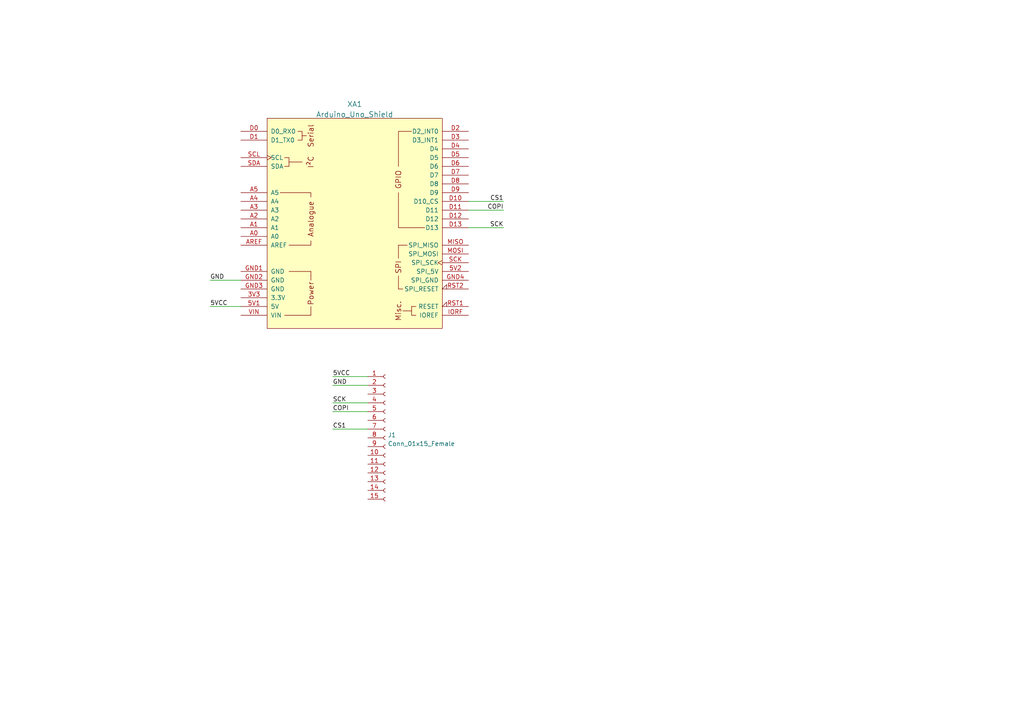
<source format=kicad_sch>
(kicad_sch (version 20230121) (generator eeschema)
  (paper "A4")
  (lib_symbols
    (symbol "Arduino-shields:Arduino_Uno_Shield" (pin_names (offset 1.016))
      (property "Reference" "XA" (at 2.54 0 90))
      (property "Value" "Arduino_Uno_Shield" (at -2.54 0 90))
      (symbol "Arduino_Uno_Shield_0_0"
        (rectangle (start -25.4 30.48) (end 25.4 -30.48) (fill (type background)))
        (rectangle (start -20.32 -26.67) (end -12.7 -26.67))
        (rectangle (start -19.05 -13.97) (end -12.7 -13.97))
        (polyline (pts (xy -19.05 17.78) (xy -15.24 17.78)))
        (polyline (pts (xy -15.24 25.4) (xy -13.97 25.4)))
        (polyline (pts (xy -12.7 -26.67) (xy -12.7 -24.13)))
        (polyline (pts (xy -12.7 -15.24) (xy -12.7 -16.51)))
        (polyline (pts (xy -12.7 -13.97) (xy -12.7 -15.24)))
        (polyline (pts (xy -12.7 -5.08) (xy -12.7 -6.35) (xy -19.05 -6.35)))
        (polyline (pts (xy -12.7 7.62) (xy -12.7 8.89) (xy -21.59 8.89)))
        (polyline (pts (xy 12.7 8.89) (xy 12.7 -1.27) (xy 20.32 -1.27)))
        (polyline (pts (xy 12.7 16.51) (xy 12.7 26.67) (xy 16.51 26.67)))
        (polyline (pts (xy -20.32 19.05) (xy -19.05 19.05) (xy -19.05 16.51) (xy -20.32 16.51)))
        (polyline (pts (xy -16.51 26.67) (xy -15.24 26.67) (xy -15.24 24.13) (xy -16.51 24.13)))
        (rectangle (start 12.7 -19.05) (end 12.7 -15.24))
        (rectangle (start 12.7 -10.16) (end 12.7 -6.35))
        (rectangle (start 13.97 -19.05) (end 12.7 -19.05))
        (rectangle (start 15.24 -6.35) (end 12.7 -6.35))
        (rectangle (start 16.51 -25.4) (end 13.97 -25.4))
        (rectangle (start 16.51 -24.13) (end 16.51 -26.67))
        (rectangle (start 17.78 -26.67) (end 16.51 -26.67))
        (rectangle (start 17.78 -24.13) (end 16.51 -24.13))
        (text "Analogue" (at -12.7 1.27 900) (effects (font (size 1.524 1.524))))
        (text "I²C" (at -12.7 17.78 900) (effects (font (size 1.524 1.524))))
        (text "Misc." (at 12.7 -25.4 900) (effects (font (size 1.524 1.524))))
        (text "Power" (at -12.7 -20.32 900) (effects (font (size 1.524 1.524))))
        (text "Serial" (at -12.7 25.4 900) (effects (font (size 1.524 1.524))))
        (text "SPI" (at 12.7 -12.7 900) (effects (font (size 1.524 1.524))))
      )
      (symbol "Arduino_Uno_Shield_1_0"
        (text "GPIO" (at 12.7 12.7 900) (effects (font (size 1.524 1.524))))
      )
      (symbol "Arduino_Uno_Shield_1_1"
        (pin power_out line (at -33.02 -21.59 0) (length 7.62) (name "3.3V") (number "3V3"))
        (pin power_in line (at -33.02 -24.13 0) (length 7.62) (name "5V") (number "5V1"))
        (pin power_in line (at 33.02 -13.97 180) (length 7.62) (name "SPI_5V") (number "5V2"))
        (pin bidirectional line (at -33.02 -3.81 0) (length 7.62) (name "A0") (number "A0"))
        (pin bidirectional line (at -33.02 -1.27 0) (length 7.62) (name "A1") (number "A1"))
        (pin bidirectional line (at -33.02 1.27 0) (length 7.62) (name "A2") (number "A2"))
        (pin bidirectional line (at -33.02 3.81 0) (length 7.62) (name "A3") (number "A3"))
        (pin bidirectional line (at -33.02 6.35 0) (length 7.62) (name "A4") (number "A4"))
        (pin bidirectional line (at -33.02 8.89 0) (length 7.62) (name "A5") (number "A5"))
        (pin input line (at -33.02 -6.35 0) (length 7.62) (name "AREF") (number "AREF"))
        (pin bidirectional line (at -33.02 26.67 0) (length 7.62) (name "D0_RX0") (number "D0"))
        (pin bidirectional line (at -33.02 24.13 0) (length 7.62) (name "D1_TX0") (number "D1"))
        (pin bidirectional line (at 33.02 6.35 180) (length 7.62) (name "D10_CS") (number "D10"))
        (pin bidirectional line (at 33.02 3.81 180) (length 7.62) (name "D11") (number "D11"))
        (pin bidirectional line (at 33.02 1.27 180) (length 7.62) (name "D12") (number "D12"))
        (pin bidirectional line (at 33.02 -1.27 180) (length 7.62) (name "D13") (number "D13"))
        (pin bidirectional line (at 33.02 26.67 180) (length 7.62) (name "D2_INT0") (number "D2"))
        (pin bidirectional line (at 33.02 24.13 180) (length 7.62) (name "D3_INT1") (number "D3"))
        (pin bidirectional line (at 33.02 21.59 180) (length 7.62) (name "D4") (number "D4"))
        (pin bidirectional line (at 33.02 19.05 180) (length 7.62) (name "D5") (number "D5"))
        (pin bidirectional line (at 33.02 16.51 180) (length 7.62) (name "D6") (number "D6"))
        (pin bidirectional line (at 33.02 13.97 180) (length 7.62) (name "D7") (number "D7"))
        (pin bidirectional line (at 33.02 11.43 180) (length 7.62) (name "D8") (number "D8"))
        (pin bidirectional line (at 33.02 8.89 180) (length 7.62) (name "D9") (number "D9"))
        (pin power_in line (at -33.02 -13.97 0) (length 7.62) (name "GND") (number "GND1"))
        (pin power_in line (at -33.02 -16.51 0) (length 7.62) (name "GND") (number "GND2"))
        (pin power_in line (at -33.02 -19.05 0) (length 7.62) (name "GND") (number "GND3"))
        (pin power_in line (at 33.02 -16.51 180) (length 7.62) (name "SPI_GND") (number "GND4"))
        (pin output line (at 33.02 -26.67 180) (length 7.62) (name "IOREF") (number "IORF"))
        (pin input line (at 33.02 -6.35 180) (length 7.62) (name "SPI_MISO") (number "MISO"))
        (pin output line (at 33.02 -8.89 180) (length 7.62) (name "SPI_MOSI") (number "MOSI"))
        (pin open_collector input_low (at 33.02 -24.13 180) (length 7.62) (name "RESET") (number "RST1"))
        (pin open_collector input_low (at 33.02 -19.05 180) (length 7.62) (name "SPI_RESET") (number "RST2"))
        (pin output clock (at 33.02 -11.43 180) (length 7.62) (name "SPI_SCK") (number "SCK"))
        (pin bidirectional clock (at -33.02 19.05 0) (length 7.62) (name "SCL") (number "SCL"))
        (pin bidirectional line (at -33.02 16.51 0) (length 7.62) (name "SDA") (number "SDA"))
        (pin power_in line (at -33.02 -26.67 0) (length 7.62) (name "VIN") (number "VIN"))
      )
    )
    (symbol "Connector:Conn_01x15_Female" (pin_names (offset 1.016) hide)
      (property "Reference" "J" (at 0 20.32 0))
      (property "Value" "Conn_01x15_Female" (at 0 -20.32 0))
      (symbol "Conn_01x15_Female_1_1"
        (arc (start 0 -17.272) (mid -0.5058 -17.78) (end 0 -18.288) (stroke (width 0.1524)))
        (arc (start 0 -14.732) (mid -0.5058 -15.24) (end 0 -15.748) (stroke (width 0.1524)))
        (arc (start 0 -12.192) (mid -0.5058 -12.7) (end 0 -13.208) (stroke (width 0.1524)))
        (arc (start 0 -9.652) (mid -0.5058 -10.16) (end 0 -10.668) (stroke (width 0.1524)))
        (arc (start 0 -7.112) (mid -0.5058 -7.62) (end 0 -8.128) (stroke (width 0.1524)))
        (arc (start 0 -4.572) (mid -0.5058 -5.08) (end 0 -5.588) (stroke (width 0.1524)))
        (arc (start 0 -2.032) (mid -0.5058 -2.54) (end 0 -3.048) (stroke (width 0.1524)))
        (polyline (pts (xy -1.27 -17.78) (xy -0.508 -17.78)) (stroke (width 0.1524)))
        (polyline (pts (xy -1.27 -15.24) (xy -0.508 -15.24)) (stroke (width 0.1524)))
        (polyline (pts (xy -1.27 -12.7) (xy -0.508 -12.7)) (stroke (width 0.1524)))
        (polyline (pts (xy -1.27 -10.16) (xy -0.508 -10.16)) (stroke (width 0.1524)))
        (polyline (pts (xy -1.27 -7.62) (xy -0.508 -7.62)) (stroke (width 0.1524)))
        (polyline (pts (xy -1.27 -5.08) (xy -0.508 -5.08)) (stroke (width 0.1524)))
        (polyline (pts (xy -1.27 -2.54) (xy -0.508 -2.54)) (stroke (width 0.1524)))
        (polyline (pts (xy -1.27 0) (xy -0.508 0)) (stroke (width 0.1524)))
        (polyline (pts (xy -1.27 2.54) (xy -0.508 2.54)) (stroke (width 0.1524)))
        (polyline (pts (xy -1.27 5.08) (xy -0.508 5.08)) (stroke (width 0.1524)))
        (polyline (pts (xy -1.27 7.62) (xy -0.508 7.62)) (stroke (width 0.1524)))
        (polyline (pts (xy -1.27 10.16) (xy -0.508 10.16)) (stroke (width 0.1524)))
        (polyline (pts (xy -1.27 12.7) (xy -0.508 12.7)) (stroke (width 0.1524)))
        (polyline (pts (xy -1.27 15.24) (xy -0.508 15.24)) (stroke (width 0.1524)))
        (polyline (pts (xy -1.27 17.78) (xy -0.508 17.78)) (stroke (width 0.1524)))
        (arc (start 0 0.508) (mid -0.5058 0) (end 0 -0.508) (stroke (width 0.1524)))
        (arc (start 0 3.048) (mid -0.5058 2.54) (end 0 2.032) (stroke (width 0.1524)))
        (arc (start 0 5.588) (mid -0.5058 5.08) (end 0 4.572) (stroke (width 0.1524)))
        (arc (start 0 8.128) (mid -0.5058 7.62) (end 0 7.112) (stroke (width 0.1524)))
        (arc (start 0 10.668) (mid -0.5058 10.16) (end 0 9.652) (stroke (width 0.1524)))
        (arc (start 0 13.208) (mid -0.5058 12.7) (end 0 12.192) (stroke (width 0.1524)))
        (arc (start 0 15.748) (mid -0.5058 15.24) (end 0 14.732) (stroke (width 0.1524)))
        (arc (start 0 18.288) (mid -0.5058 17.78) (end 0 17.272) (stroke (width 0.1524)))
        (pin passive line (at -5.08 17.78 0) (length 3.81) (name "Pin_1") (number "1"))
        (pin passive line (at -5.08 -5.08 0) (length 3.81) (name "Pin_10") (number "10"))
        (pin passive line (at -5.08 -7.62 0) (length 3.81) (name "Pin_11") (number "11"))
        (pin passive line (at -5.08 -10.16 0) (length 3.81) (name "Pin_12") (number "12"))
        (pin passive line (at -5.08 -12.7 0) (length 3.81) (name "Pin_13") (number "13"))
        (pin passive line (at -5.08 -15.24 0) (length 3.81) (name "Pin_14") (number "14"))
        (pin passive line (at -5.08 -17.78 0) (length 3.81) (name "Pin_15") (number "15"))
        (pin passive line (at -5.08 15.24 0) (length 3.81) (name "Pin_2") (number "2"))
        (pin passive line (at -5.08 12.7 0) (length 3.81) (name "Pin_3") (number "3"))
        (pin passive line (at -5.08 10.16 0) (length 3.81) (name "Pin_4") (number "4"))
        (pin passive line (at -5.08 7.62 0) (length 3.81) (name "Pin_5") (number "5"))
        (pin passive line (at -5.08 5.08 0) (length 3.81) (name "Pin_6") (number "6"))
        (pin passive line (at -5.08 2.54 0) (length 3.81) (name "Pin_7") (number "7"))
        (pin passive line (at -5.08 0 0) (length 3.81) (name "Pin_8") (number "8"))
        (pin passive line (at -5.08 -2.54 0) (length 3.81) (name "Pin_9") (number "9"))
      )
    )
  )
  (wire (pts (xy 96.52 109.22) (xy 106.68 109.22)))
  (wire (pts (xy 106.68 124.46) (xy 96.52 124.46)))
  (wire (pts (xy 135.89 60.96) (xy 146.05 60.96)))
  (wire (pts (xy 135.89 66.04) (xy 146.05 66.04)))
  (wire (pts (xy 135.89 58.42) (xy 146.05 58.42)))
  (wire (pts (xy 96.52 111.76) (xy 106.68 111.76)))
  (wire (pts (xy 96.52 119.38) (xy 106.68 119.38)))
  (wire (pts (xy 96.52 116.84) (xy 106.68 116.84)))
  (wire (pts (xy 60.96 88.9) (xy 69.85 88.9)))
  (wire (pts (xy 60.96 81.28) (xy 69.85 81.28)))
  (label "COPI" (at 96.52 119.38 0))
  (label "5VCC" (at 60.96 88.9 0))
  (label "COPI" (at 146.05 60.96 180))
  (label "CS1" (at 146.05 58.42 180))
  (label "SCK" (at 146.05 66.04 180))
  (label "SCK" (at 96.52 116.84 0))
  (label "CS1" (at 96.52 124.46 0))
  (label "5VCC" (at 96.52 109.22 0))
  (label "GND" (at 60.96 81.28 0))
  (label "GND" (at 96.52 111.76 0))
  (symbol (lib_id "Arduino-shields:Arduino_Uno_Shield") (at 102.87 64.77 0) (unit 1)
    (property "Reference" "XA1" (at 102.87 30.2059 0) (effects (font (size 1.524 1.524))))
    (property "Value" "Arduino_Uno_Shield" (at 102.87 33.1993 0) (effects (font (size 1.524 1.524))))
    (property "Footprint" "Arduino Footprints:Arduino_Uno_Shield" (effects hide))
    (property "Datasheet" "https://docs.arduino.cc/hardware/uno-rev3" (effects hide))
  )
  (symbol (lib_id "Connector:Conn_01x15_Female") (at 111.76 127 0) (unit 1)
    (property "Reference" "J1" (at 112.4712 126.1653 0) (effects (justify left)))
    (property "Value" "Conn_01x15_Female" (at 112.4712 128.7022 0) (effects (justify left)))
    (property "Footprint" "Connector_PinSocket_2.54mm:PinSocket_1x15_P2.54mm_Vertical" (effects hide))
  )
)
</source>
